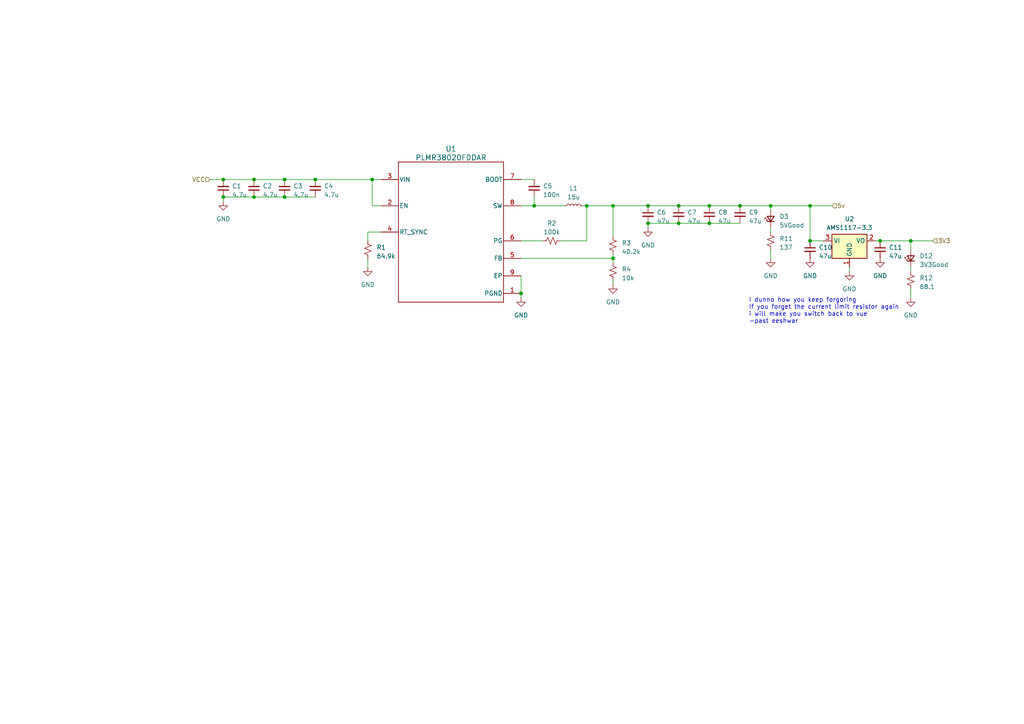
<source format=kicad_sch>
(kicad_sch (version 20230121) (generator eeschema)
  (paper "A4")
  (lib_symbols
    (symbol "AutonomyLib:PLMR38020FDDAR" (pin_names (offset 0.254))
      (property "Reference" "U" (at 20.32 8.89 0))
      (property "Value" "PLMR38020FDDAR" (at 20.32 6.35 0))
      (symbol "PLMR38020FDDAR_0_1"
        (polyline (pts (xy 5.08 -35.56) (xy 35.56 -35.56)) (stroke (width 0.2032)))
        (polyline (pts (xy 5.08 5.08) (xy 5.08 -35.56)) (stroke (width 0.2032)))
        (polyline (pts (xy 35.56 -35.56) (xy 35.56 5.08)) (stroke (width 0.2032)))
        (polyline (pts (xy 35.56 5.08) (xy 5.08 5.08)) (stroke (width 0.2032)))
        (pin power_in line (at 40.64 -33.02 180) (length 5.08) (name "PGND") (number "1"))
        (pin input line (at 0 -7.62 0) (length 5.08) (name "EN") (number "2"))
        (pin power_in line (at 0 0 0) (length 5.08) (name "VIN") (number "3"))
        (pin unspecified line (at 0 -15.24 0) (length 5.08) (name "RT_SYNC") (number "4"))
        (pin unspecified line (at 40.64 -22.86 180) (length 5.08) (name "FB") (number "5"))
        (pin open_collector line (at 40.64 -17.78 180) (length 5.08) (name "PG") (number "6"))
        (pin unspecified line (at 40.64 0 180) (length 5.08) (name "BOOT") (number "7"))
        (pin unspecified line (at 40.64 -7.62 180) (length 5.08) (name "SW") (number "8"))
        (pin unspecified line (at 40.64 -27.94 180) (length 5.08) (name "EP") (number "9"))
      )
    )
    (symbol "Device:C_Small" (pin_numbers hide) (pin_names (offset 0.254) hide)
      (property "Reference" "C" (at 0.254 1.778 0))
      (property "Value" "C_Small" (at 0.254 -2.032 0))
      (symbol "C_Small_0_1"
        (polyline (pts (xy -1.524 -0.508) (xy 1.524 -0.508)) (stroke (width 0.3302)))
        (polyline (pts (xy -1.524 0.508) (xy 1.524 0.508)) (stroke (width 0.3048)))
      )
      (symbol "C_Small_1_1"
        (pin passive line (at 0 2.54 270) (length 2.032) (name "~") (number "1"))
        (pin passive line (at 0 -2.54 90) (length 2.032) (name "~") (number "2"))
      )
    )
    (symbol "Device:LED_Small" (pin_numbers hide) (pin_names (offset 0.254) hide)
      (property "Reference" "D" (at -1.27 3.175 0))
      (property "Value" "LED_Small" (at -4.445 -2.54 0))
      (symbol "LED_Small_0_1"
        (polyline (pts (xy -0.762 -1.016) (xy -0.762 1.016)) (stroke (width 0.254)))
        (polyline (pts (xy 1.016 0) (xy -0.762 0)))
        (polyline (pts (xy 0.762 -1.016) (xy -0.762 0) (xy 0.762 1.016) (xy 0.762 -1.016)) (stroke (width 0.254)))
        (polyline (pts (xy 0 0.762) (xy -0.508 1.27) (xy -0.254 1.27) (xy -0.508 1.27) (xy -0.508 1.016)))
        (polyline (pts (xy 0.508 1.27) (xy 0 1.778) (xy 0.254 1.778) (xy 0 1.778) (xy 0 1.524)))
      )
      (symbol "LED_Small_1_1"
        (pin passive line (at -2.54 0 0) (length 1.778) (name "K") (number "1"))
        (pin passive line (at 2.54 0 180) (length 1.778) (name "A") (number "2"))
      )
    )
    (symbol "Device:L_Small" (pin_numbers hide) (pin_names (offset 0.254) hide)
      (property "Reference" "L" (at 0.762 1.016 0))
      (property "Value" "L_Small" (at 0.762 -1.016 0))
      (symbol "L_Small_0_1"
        (arc (start 0 -2.032) (mid 0.5058 -1.524) (end 0 -1.016))
        (arc (start 0 -1.016) (mid 0.5058 -0.508) (end 0 0))
        (arc (start 0 0) (mid 0.5058 0.508) (end 0 1.016))
        (arc (start 0 1.016) (mid 0.5058 1.524) (end 0 2.032))
      )
      (symbol "L_Small_1_1"
        (pin passive line (at 0 2.54 270) (length 0.508) (name "~") (number "1"))
        (pin passive line (at 0 -2.54 90) (length 0.508) (name "~") (number "2"))
      )
    )
    (symbol "Device:R_Small_US" (pin_numbers hide) (pin_names (offset 0.254) hide)
      (property "Reference" "R" (at 0.762 0.508 0))
      (property "Value" "R_Small_US" (at 0.762 -1.016 0))
      (symbol "R_Small_US_1_1"
        (polyline (pts (xy 0 0) (xy 1.016 -0.381) (xy 0 -0.762) (xy -1.016 -1.143) (xy 0 -1.524)))
        (polyline (pts (xy 0 1.524) (xy 1.016 1.143) (xy 0 0.762) (xy -1.016 0.381) (xy 0 0)))
        (pin passive line (at 0 2.54 270) (length 1.016) (name "~") (number "1"))
        (pin passive line (at 0 -2.54 90) (length 1.016) (name "~") (number "2"))
      )
    )
    (symbol "Regulator_Linear:AMS1117-3.3"
      (property "Reference" "U" (at -3.81 3.175 0))
      (property "Value" "AMS1117-3.3" (at 0 3.175 0))
      (symbol "AMS1117-3.3_0_1"
        (rectangle (start -5.08 -5.08) (end 5.08 1.905) (stroke (width 0.254)) (fill (type background)))
      )
      (symbol "AMS1117-3.3_1_1"
        (pin power_in line (at 0 -7.62 90) (length 2.54) (name "GND") (number "1"))
        (pin power_out line (at 7.62 0 180) (length 2.54) (name "VO") (number "2"))
        (pin power_in line (at -7.62 0 0) (length 2.54) (name "VI") (number "3"))
      )
    )
    (symbol "power:GND" (power) (pin_names (offset 0))
      (property "Value" "GND" (at 0 -3.81 0))
      (symbol "GND_0_1"
        (polyline (pts (xy 0 0) (xy 0 -1.27) (xy 1.27 -1.27) (xy 0 -2.54) (xy -1.27 -1.27) (xy 0 -1.27)))
      )
      (symbol "GND_1_1"
        (pin power_in line (at 0 0 270) (length 0) hide (name "GND") (number "1"))
      )
    )
  )
  (junction (at 196.85 64.77))
  (junction (at 170.18 59.69))
  (junction (at 107.95 52.07))
  (junction (at 187.96 59.69))
  (junction (at 177.8 74.93))
  (junction (at 205.74 59.69))
  (junction (at 234.95 69.85))
  (junction (at 205.74 64.77))
  (junction (at 91.44 52.07))
  (junction (at 154.94 59.69))
  (junction (at 64.77 57.15))
  (junction (at 177.8 59.69))
  (junction (at 196.85 59.69))
  (junction (at 73.66 57.15))
  (junction (at 264.16 69.85))
  (junction (at 234.95 59.69))
  (junction (at 255.27 69.85))
  (junction (at 187.96 64.77))
  (junction (at 214.63 59.69))
  (junction (at 151.13 85.09))
  (junction (at 223.52 59.69))
  (junction (at 73.66 52.07))
  (junction (at 82.55 52.07))
  (junction (at 64.77 52.07))
  (junction (at 82.55 57.15))
  (wire (pts (xy 177.8 74.93) (xy 177.8 76.2)))
  (wire (pts (xy 214.63 59.69) (xy 223.52 59.69)))
  (wire (pts (xy 110.49 59.69) (xy 107.95 59.69)))
  (wire (pts (xy 107.95 52.07) (xy 110.49 52.07)))
  (wire (pts (xy 151.13 85.09) (xy 151.13 86.36)))
  (wire (pts (xy 73.66 57.15) (xy 82.55 57.15)))
  (wire (pts (xy 187.96 64.77) (xy 187.96 66.04)))
  (wire (pts (xy 91.44 52.07) (xy 107.95 52.07)))
  (wire (pts (xy 187.96 64.77) (xy 196.85 64.77)))
  (wire (pts (xy 223.52 72.39) (xy 223.52 74.93)))
  (wire (pts (xy 73.66 52.07) (xy 82.55 52.07)))
  (wire (pts (xy 82.55 57.15) (xy 91.44 57.15)))
  (wire (pts (xy 246.38 77.47) (xy 246.38 78.74)))
  (wire (pts (xy 177.8 81.28) (xy 177.8 82.55)))
  (wire (pts (xy 223.52 66.04) (xy 223.52 67.31)))
  (wire (pts (xy 64.77 57.15) (xy 64.77 58.42)))
  (wire (pts (xy 223.52 59.69) (xy 223.52 60.96)))
  (wire (pts (xy 255.27 69.85) (xy 264.16 69.85)))
  (wire (pts (xy 64.77 57.15) (xy 73.66 57.15)))
  (wire (pts (xy 234.95 69.85) (xy 238.76 69.85)))
  (wire (pts (xy 264.16 86.36) (xy 264.16 83.82)))
  (wire (pts (xy 154.94 59.69) (xy 154.94 57.15)))
  (wire (pts (xy 162.56 69.85) (xy 170.18 69.85)))
  (wire (pts (xy 170.18 69.85) (xy 170.18 59.69)))
  (wire (pts (xy 177.8 68.58) (xy 177.8 59.69)))
  (wire (pts (xy 151.13 69.85) (xy 157.48 69.85)))
  (wire (pts (xy 154.94 52.07) (xy 151.13 52.07)))
  (wire (pts (xy 196.85 59.69) (xy 205.74 59.69)))
  (wire (pts (xy 151.13 80.01) (xy 151.13 85.09)))
  (wire (pts (xy 234.95 59.69) (xy 234.95 69.85)))
  (wire (pts (xy 82.55 52.07) (xy 91.44 52.07)))
  (wire (pts (xy 107.95 52.07) (xy 107.95 59.69)))
  (wire (pts (xy 234.95 59.69) (xy 241.3 59.69)))
  (wire (pts (xy 60.96 52.07) (xy 64.77 52.07)))
  (wire (pts (xy 177.8 73.66) (xy 177.8 74.93)))
  (wire (pts (xy 264.16 69.85) (xy 264.16 72.39)))
  (wire (pts (xy 205.74 64.77) (xy 214.63 64.77)))
  (wire (pts (xy 264.16 78.74) (xy 264.16 77.47)))
  (wire (pts (xy 223.52 59.69) (xy 234.95 59.69)))
  (wire (pts (xy 254 69.85) (xy 255.27 69.85)))
  (wire (pts (xy 154.94 59.69) (xy 163.83 59.69)))
  (wire (pts (xy 205.74 59.69) (xy 214.63 59.69)))
  (wire (pts (xy 177.8 59.69) (xy 187.96 59.69)))
  (wire (pts (xy 106.68 67.31) (xy 106.68 69.85)))
  (wire (pts (xy 106.68 74.93) (xy 106.68 77.47)))
  (wire (pts (xy 151.13 59.69) (xy 154.94 59.69)))
  (wire (pts (xy 64.77 52.07) (xy 73.66 52.07)))
  (wire (pts (xy 264.16 69.85) (xy 270.51 69.85)))
  (wire (pts (xy 151.13 74.93) (xy 177.8 74.93)))
  (wire (pts (xy 196.85 64.77) (xy 205.74 64.77)))
  (wire (pts (xy 110.49 67.31) (xy 106.68 67.31)))
  (wire (pts (xy 170.18 59.69) (xy 168.91 59.69)))
  (wire (pts (xy 170.18 59.69) (xy 177.8 59.69)))
  (wire (pts (xy 187.96 59.69) (xy 196.85 59.69)))
  (text "I dunno how you keep forgoring\nIf you forget the current limit resistor again\ni will make you switch back to vue\n-past eeshwar" (at 217.17 93.98 0) (effects (font (size 1.27 1.27)) (justify left bottom)))
  (hierarchical_label "5v" (shape input) (at 241.3 59.69 0))
  (hierarchical_label "VCC" (shape input) (at 60.96 52.07 180))
  (hierarchical_label "3V3" (shape input) (at 270.51 69.85 0))
  (symbol (lib_id "Device:LED_Small") (at 264.16 74.93 90) (unit 1)
    (property "Reference" "D12" (at 266.7 74.2315 90) (effects (justify right)))
    (property "Value" "3V3Good" (at 266.7 76.7715 90) (effects (justify right)))
    (property "Footprint" "LED_SMD:LED_0603_1608Metric" (effects hide))
  )
  (symbol (lib_id "Device:C_Small") (at 73.66 54.61 180) (unit 1)
    (property "Reference" "C2" (at 76.2 53.9686 0) (effects (justify right)))
    (property "Value" "4.7u" (at 76.2 56.5086 0) (effects (justify right)))
    (property "Footprint" "Capacitor_SMD:C_0603_1608Metric" (effects hide))
  )
  (symbol (lib_id "Regulator_Linear:AMS1117-3.3") (at 246.38 69.85 0) (unit 1)
    (property "Reference" "U2" (at 246.38 63.5 0))
    (property "Value" "AMS1117-3.3" (at 246.38 66.04 0))
    (property "Footprint" "Package_TO_SOT_SMD:SOT-223-3_TabPin2" (effects hide))
    (property "Datasheet" "http://www.advanced-monolithic.com/pdf/ds1117.pdf" (effects hide))
  )
  (symbol (lib_id "Device:C_Small") (at 64.77 54.61 180) (unit 1)
    (property "Reference" "C1" (at 67.31 53.9686 0) (effects (justify right)))
    (property "Value" "4.7u" (at 67.31 56.5086 0) (effects (justify right)))
    (property "Footprint" "Capacitor_SMD:C_0603_1608Metric" (effects hide))
  )
  (symbol (lib_id "power:GND") (at 187.96 66.04 0) (unit 1)
    (property "Reference" "#PWR07" (effects hide))
    (property "Value" "GND" (at 187.96 71.12 0))
  )
  (symbol (lib_id "Device:C_Small") (at 154.94 54.61 180) (unit 1)
    (property "Reference" "C5" (at 157.48 53.9686 0) (effects (justify right)))
    (property "Value" "100n" (at 157.48 56.5086 0) (effects (justify right)))
    (property "Footprint" "Capacitor_SMD:C_0603_1608Metric" (effects hide))
  )
  (symbol (lib_id "power:GND") (at 223.52 74.93 0) (unit 1)
    (property "Reference" "#PWR010" (effects hide))
    (property "Value" "GND" (at 223.52 80.01 0))
  )
  (symbol (lib_id "Device:R_Small_US") (at 160.02 69.85 90) (unit 1)
    (property "Reference" "R2" (at 160.02 64.77 90))
    (property "Value" "100k" (at 160.02 67.31 90))
    (property "Footprint" "Resistor_SMD:R_0603_1608Metric" (effects hide))
  )
  (symbol (lib_id "power:GND") (at 177.8 82.55 0) (unit 1)
    (property "Reference" "#PWR06" (effects hide))
    (property "Value" "GND" (at 177.8 87.63 0))
  )
  (symbol (lib_id "Device:C_Small") (at 82.55 54.61 180) (unit 1)
    (property "Reference" "C3" (at 85.09 53.9686 0) (effects (justify right)))
    (property "Value" "4.7u" (at 85.09 56.5086 0) (effects (justify right)))
    (property "Footprint" "Capacitor_SMD:C_0603_1608Metric" (effects hide))
  )
  (symbol (lib_id "AutonomyLib:PLMR38020FDDAR") (at 110.49 52.07 0) (unit 1)
    (property "Reference" "U1" (at 130.81 43.18 0) (effects (font (size 1.524 1.524))))
    (property "Value" "PLMR38020FDDAR" (at 130.81 45.72 0) (effects (font (size 1.524 1.524))))
    (property "Footprint" "AutonomyLib:DDA0008E-IPC_A" (effects hide))
    (property "Datasheet" "PLMR38020FDDAR" (effects hide))
  )
  (symbol (lib_id "Device:LED_Small") (at 223.52 63.5 90) (unit 1)
    (property "Reference" "D3" (at 226.06 62.8015 90) (effects (justify right)))
    (property "Value" "5VGood" (at 226.06 65.3415 90) (effects (justify right)))
    (property "Footprint" "LED_SMD:LED_0603_1608Metric" (effects hide))
  )
  (symbol (lib_id "Device:R_Small_US") (at 223.52 69.85 0) (unit 1)
    (property "Reference" "R11" (at 226.06 69.215 0) (effects (justify left)))
    (property "Value" "137" (at 226.06 71.755 0) (effects (justify left)))
    (property "Footprint" "Resistor_SMD:R_0603_1608Metric" (effects hide))
  )
  (symbol (lib_id "power:GND") (at 255.27 74.93 0) (unit 1)
    (property "Reference" "#PWR013" (effects hide))
    (property "Value" "GND" (at 255.27 80.01 0))
  )
  (symbol (lib_id "Device:C_Small") (at 91.44 54.61 180) (unit 1)
    (property "Reference" "C4" (at 93.98 53.9686 0) (effects (justify right)))
    (property "Value" "4.7u" (at 93.98 56.5086 0) (effects (justify right)))
    (property "Footprint" "Capacitor_SMD:C_0603_1608Metric" (effects hide))
  )
  (symbol (lib_id "Device:R_Small_US") (at 177.8 78.74 0) (unit 1)
    (property "Reference" "R4" (at 180.34 78.105 0) (effects (justify left)))
    (property "Value" "10k" (at 180.34 80.645 0) (effects (justify left)))
    (property "Footprint" "Resistor_SMD:R_0603_1608Metric" (effects hide))
  )
  (symbol (lib_id "Device:C_Small") (at 234.95 72.39 0) (unit 1)
    (property "Reference" "C10" (at 237.49 71.7613 0) (effects (justify left)))
    (property "Value" "47u" (at 237.49 74.3013 0) (effects (justify left)))
    (property "Footprint" "Capacitor_SMD:C_0603_1608Metric" (effects hide))
  )
  (symbol (lib_id "Device:L_Small") (at 166.37 59.69 90) (unit 1)
    (property "Reference" "L1" (at 166.37 54.61 90))
    (property "Value" "15u" (at 166.37 57.15 90))
    (property "Footprint" "AutonomyLib:IND_BOURNS_SDR1307" (effects hide))
  )
  (symbol (lib_id "Device:C_Small") (at 187.96 62.23 0) (unit 1)
    (property "Reference" "C6" (at 190.5 61.6013 0) (effects (justify left)))
    (property "Value" "47u" (at 190.5 64.1413 0) (effects (justify left)))
    (property "Footprint" "Capacitor_SMD:C_0603_1608Metric" (effects hide))
  )
  (symbol (lib_id "power:GND") (at 246.38 78.74 0) (unit 1)
    (property "Reference" "#PWR011" (effects hide))
    (property "Value" "GND" (at 246.38 83.82 0))
  )
  (symbol (lib_id "Device:R_Small_US") (at 177.8 71.12 0) (unit 1)
    (property "Reference" "R3" (at 180.34 70.485 0) (effects (justify left)))
    (property "Value" "40.2k" (at 180.34 73.025 0) (effects (justify left)))
    (property "Footprint" "Resistor_SMD:R_0603_1608Metric" (effects hide))
  )
  (symbol (lib_id "Device:R_Small_US") (at 106.68 72.39 0) (unit 1)
    (property "Reference" "R1" (at 109.22 71.755 0) (effects (justify left)))
    (property "Value" "64.9k" (at 109.22 74.295 0) (effects (justify left)))
    (property "Footprint" "Resistor_SMD:R_0603_1608Metric" (effects hide))
  )
  (symbol (lib_id "Device:R_Small_US") (at 264.16 81.28 0) (unit 1)
    (property "Reference" "R12" (at 266.7 80.645 0) (effects (justify left)))
    (property "Value" "68.1" (at 266.7 83.185 0) (effects (justify left)))
    (property "Footprint" "Resistor_SMD:R_0603_1608Metric" (effects hide))
  )
  (symbol (lib_id "power:GND") (at 106.68 77.47 0) (unit 1)
    (property "Reference" "#PWR04" (effects hide))
    (property "Value" "GND" (at 106.68 82.55 0))
  )
  (symbol (lib_id "power:GND") (at 151.13 86.36 0) (unit 1)
    (property "Reference" "#PWR05" (effects hide))
    (property "Value" "GND" (at 151.13 91.44 0))
  )
  (symbol (lib_id "power:GND") (at 234.95 74.93 0) (unit 1)
    (property "Reference" "#PWR012" (effects hide))
    (property "Value" "GND" (at 234.95 80.01 0))
  )
  (symbol (lib_id "Device:C_Small") (at 255.27 72.39 0) (unit 1)
    (property "Reference" "C11" (at 257.81 71.7613 0) (effects (justify left)))
    (property "Value" "47u" (at 257.81 74.3013 0) (effects (justify left)))
    (property "Footprint" "Capacitor_SMD:C_0603_1608Metric" (effects hide))
  )
  (symbol (lib_id "Device:C_Small") (at 205.74 62.23 0) (unit 1)
    (property "Reference" "C8" (at 208.28 61.6013 0) (effects (justify left)))
    (property "Value" "47u" (at 208.28 64.1413 0) (effects (justify left)))
    (property "Footprint" "Capacitor_SMD:C_0603_1608Metric" (effects hide))
  )
  (symbol (lib_id "Device:C_Small") (at 196.85 62.23 0) (unit 1)
    (property "Reference" "C7" (at 199.39 61.6013 0) (effects (justify left)))
    (property "Value" "47u" (at 199.39 64.1413 0) (effects (justify left)))
    (property "Footprint" "Capacitor_SMD:C_0603_1608Metric" (effects hide))
  )
  (symbol (lib_id "power:GND") (at 64.77 58.42 0) (unit 1)
    (property "Reference" "#PWR03" (effects hide))
    (property "Value" "GND" (at 64.77 63.5 0))
  )
  (symbol (lib_id "Device:C_Small") (at 214.63 62.23 0) (unit 1)
    (property "Reference" "C9" (at 217.17 61.6013 0) (effects (justify left)))
    (property "Value" "47u" (at 217.17 64.1413 0) (effects (justify left)))
    (property "Footprint" "Capacitor_SMD:C_0603_1608Metric" (effects hide))
  )
  (symbol (lib_id "power:GND") (at 264.16 86.36 0) (unit 1)
    (property "Reference" "#PWR037" (effects hide))
    (property "Value" "GND" (at 264.16 91.44 0))
  )
)
</source>
